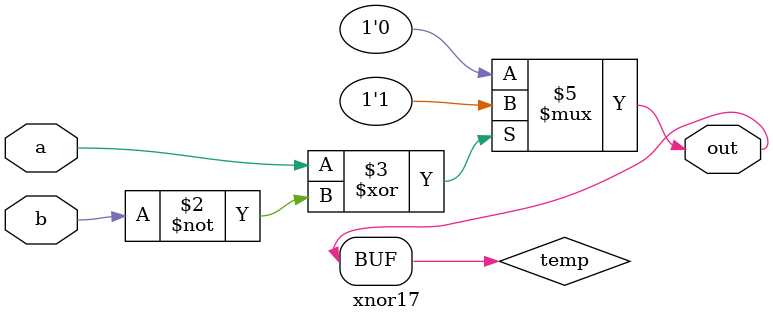
<source format=v>
module xnor17 (
    input wire a,
    input wire b,
    output wire out
);

reg temp;
always @(*) begin
    if (a ^ b == 1'b0)
        temp = 1'b1;
    else
        temp = 1'b0;
end

assign out = temp;

endmodule

</source>
